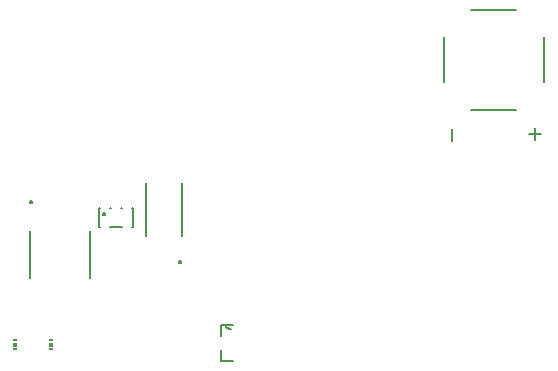
<source format=gbr>
G04 EAGLE Gerber RS-274X export*
G75*
%MOMM*%
%FSLAX34Y34*%
%LPD*%
%INSilkscreen Bottom*%
%IPPOS*%
%AMOC8*
5,1,8,0,0,1.08239X$1,22.5*%
G01*
%ADD10C,0.152400*%
%ADD11C,0.127000*%
%ADD12R,0.300000X0.150000*%
%ADD13R,0.300000X0.300000*%
%ADD14C,0.200000*%


D10*
X-222000Y134140D02*
X-222000Y150340D01*
X-250440Y150340D02*
X-250440Y134140D01*
X-241440Y134140D02*
X-231000Y134140D01*
X-240500Y150340D02*
X-241440Y150340D01*
X-231940Y150340D02*
X-231000Y150340D01*
X-249500Y150340D02*
X-250440Y150340D01*
X-222940Y150340D02*
X-222000Y150340D01*
X-222000Y134140D02*
X-222940Y134140D01*
X-249500Y134140D02*
X-250440Y134140D01*
D11*
X-247220Y145240D02*
X-247218Y145303D01*
X-247212Y145365D01*
X-247202Y145427D01*
X-247189Y145489D01*
X-247171Y145549D01*
X-247150Y145608D01*
X-247125Y145666D01*
X-247096Y145722D01*
X-247064Y145776D01*
X-247029Y145828D01*
X-246991Y145877D01*
X-246949Y145925D01*
X-246905Y145969D01*
X-246857Y146011D01*
X-246808Y146049D01*
X-246756Y146084D01*
X-246702Y146116D01*
X-246646Y146145D01*
X-246588Y146170D01*
X-246529Y146191D01*
X-246469Y146209D01*
X-246407Y146222D01*
X-246345Y146232D01*
X-246283Y146238D01*
X-246220Y146240D01*
X-246157Y146238D01*
X-246095Y146232D01*
X-246033Y146222D01*
X-245971Y146209D01*
X-245911Y146191D01*
X-245852Y146170D01*
X-245794Y146145D01*
X-245738Y146116D01*
X-245684Y146084D01*
X-245632Y146049D01*
X-245583Y146011D01*
X-245535Y145969D01*
X-245491Y145925D01*
X-245449Y145877D01*
X-245411Y145828D01*
X-245376Y145776D01*
X-245344Y145722D01*
X-245315Y145666D01*
X-245290Y145608D01*
X-245269Y145549D01*
X-245251Y145489D01*
X-245238Y145427D01*
X-245228Y145365D01*
X-245222Y145303D01*
X-245220Y145240D01*
X-245222Y145177D01*
X-245228Y145115D01*
X-245238Y145053D01*
X-245251Y144991D01*
X-245269Y144931D01*
X-245290Y144872D01*
X-245315Y144814D01*
X-245344Y144758D01*
X-245376Y144704D01*
X-245411Y144652D01*
X-245449Y144603D01*
X-245491Y144555D01*
X-245535Y144511D01*
X-245583Y144469D01*
X-245632Y144431D01*
X-245684Y144396D01*
X-245738Y144364D01*
X-245794Y144335D01*
X-245852Y144310D01*
X-245911Y144289D01*
X-245971Y144271D01*
X-246033Y144258D01*
X-246095Y144248D01*
X-246157Y144242D01*
X-246220Y144240D01*
X-246283Y144242D01*
X-246345Y144248D01*
X-246407Y144258D01*
X-246469Y144271D01*
X-246529Y144289D01*
X-246588Y144310D01*
X-246646Y144335D01*
X-246702Y144364D01*
X-246756Y144396D01*
X-246808Y144431D01*
X-246857Y144469D01*
X-246905Y144511D01*
X-246949Y144555D01*
X-246991Y144603D01*
X-247029Y144652D01*
X-247064Y144704D01*
X-247096Y144758D01*
X-247125Y144814D01*
X-247150Y144872D01*
X-247171Y144931D01*
X-247189Y144991D01*
X-247202Y145053D01*
X-247212Y145115D01*
X-247218Y145177D01*
X-247220Y145240D01*
D12*
X-321540Y38040D03*
X-321540Y30540D03*
D13*
X-321540Y34290D03*
D12*
X-291060Y38040D03*
X-291060Y30540D03*
D13*
X-291060Y34290D03*
D11*
X118820Y207390D02*
X118820Y217390D01*
X123820Y212390D02*
X113820Y212390D01*
X48820Y216790D02*
X48820Y206790D01*
X64820Y233090D02*
X102820Y233090D01*
X41320Y256590D02*
X41320Y294590D01*
X64820Y318090D02*
X102820Y318090D01*
X126320Y294590D02*
X126320Y256590D01*
D14*
X-182830Y104190D02*
X-182828Y104253D01*
X-182822Y104315D01*
X-182812Y104377D01*
X-182799Y104439D01*
X-182781Y104499D01*
X-182760Y104558D01*
X-182735Y104616D01*
X-182706Y104672D01*
X-182674Y104726D01*
X-182639Y104778D01*
X-182601Y104827D01*
X-182559Y104875D01*
X-182515Y104919D01*
X-182467Y104961D01*
X-182418Y104999D01*
X-182366Y105034D01*
X-182312Y105066D01*
X-182256Y105095D01*
X-182198Y105120D01*
X-182139Y105141D01*
X-182079Y105159D01*
X-182017Y105172D01*
X-181955Y105182D01*
X-181893Y105188D01*
X-181830Y105190D01*
X-181767Y105188D01*
X-181705Y105182D01*
X-181643Y105172D01*
X-181581Y105159D01*
X-181521Y105141D01*
X-181462Y105120D01*
X-181404Y105095D01*
X-181348Y105066D01*
X-181294Y105034D01*
X-181242Y104999D01*
X-181193Y104961D01*
X-181145Y104919D01*
X-181101Y104875D01*
X-181059Y104827D01*
X-181021Y104778D01*
X-180986Y104726D01*
X-180954Y104672D01*
X-180925Y104616D01*
X-180900Y104558D01*
X-180879Y104499D01*
X-180861Y104439D01*
X-180848Y104377D01*
X-180838Y104315D01*
X-180832Y104253D01*
X-180830Y104190D01*
X-180832Y104127D01*
X-180838Y104065D01*
X-180848Y104003D01*
X-180861Y103941D01*
X-180879Y103881D01*
X-180900Y103822D01*
X-180925Y103764D01*
X-180954Y103708D01*
X-180986Y103654D01*
X-181021Y103602D01*
X-181059Y103553D01*
X-181101Y103505D01*
X-181145Y103461D01*
X-181193Y103419D01*
X-181242Y103381D01*
X-181294Y103346D01*
X-181348Y103314D01*
X-181404Y103285D01*
X-181462Y103260D01*
X-181521Y103239D01*
X-181581Y103221D01*
X-181643Y103208D01*
X-181705Y103198D01*
X-181767Y103192D01*
X-181830Y103190D01*
X-181893Y103192D01*
X-181955Y103198D01*
X-182017Y103208D01*
X-182079Y103221D01*
X-182139Y103239D01*
X-182198Y103260D01*
X-182256Y103285D01*
X-182312Y103314D01*
X-182366Y103346D01*
X-182418Y103381D01*
X-182467Y103419D01*
X-182515Y103461D01*
X-182559Y103505D01*
X-182601Y103553D01*
X-182639Y103602D01*
X-182674Y103654D01*
X-182706Y103708D01*
X-182735Y103764D01*
X-182760Y103822D01*
X-182781Y103881D01*
X-182799Y103941D01*
X-182812Y104003D01*
X-182822Y104065D01*
X-182828Y104127D01*
X-182830Y104190D01*
D11*
X-180430Y126090D02*
X-180430Y171090D01*
X-210730Y171090D02*
X-210730Y126090D01*
D10*
X-146812Y50800D02*
X-146812Y41402D01*
X-146812Y20320D02*
X-136906Y20320D01*
X-146812Y20320D02*
X-146812Y29718D01*
X-146812Y50800D02*
X-142748Y50800D01*
X-136906Y50800D01*
X-138684Y48006D02*
X-138787Y47970D01*
X-138891Y47938D01*
X-138996Y47909D01*
X-139102Y47884D01*
X-139209Y47863D01*
X-139317Y47846D01*
X-139425Y47832D01*
X-139534Y47823D01*
X-139643Y47818D01*
X-139752Y47816D01*
X-139861Y47819D01*
X-139970Y47825D01*
X-140078Y47835D01*
X-140186Y47850D01*
X-140294Y47868D01*
X-140401Y47890D01*
X-140506Y47916D01*
X-140611Y47945D01*
X-140715Y47979D01*
X-140818Y48016D01*
X-140919Y48057D01*
X-141018Y48102D01*
X-141116Y48150D01*
X-141212Y48202D01*
X-141306Y48257D01*
X-141398Y48315D01*
X-141488Y48377D01*
X-141575Y48442D01*
X-141661Y48510D01*
X-141743Y48581D01*
X-141823Y48655D01*
X-141900Y48732D01*
X-141975Y48812D01*
X-142046Y48894D01*
X-142115Y48979D01*
X-142180Y49066D01*
X-142242Y49156D01*
X-142301Y49248D01*
X-142357Y49342D01*
X-142409Y49437D01*
X-142457Y49535D01*
X-142502Y49634D01*
X-142543Y49735D01*
X-142581Y49838D01*
X-142615Y49941D01*
X-142645Y50046D01*
X-142672Y50152D01*
X-142694Y50258D01*
X-142713Y50366D01*
X-142727Y50474D01*
X-142738Y50582D01*
X-142745Y50691D01*
X-142748Y50800D01*
D14*
X-309260Y154940D02*
X-309258Y155003D01*
X-309252Y155065D01*
X-309242Y155127D01*
X-309229Y155189D01*
X-309211Y155249D01*
X-309190Y155308D01*
X-309165Y155366D01*
X-309136Y155422D01*
X-309104Y155476D01*
X-309069Y155528D01*
X-309031Y155577D01*
X-308989Y155625D01*
X-308945Y155669D01*
X-308897Y155711D01*
X-308848Y155749D01*
X-308796Y155784D01*
X-308742Y155816D01*
X-308686Y155845D01*
X-308628Y155870D01*
X-308569Y155891D01*
X-308509Y155909D01*
X-308447Y155922D01*
X-308385Y155932D01*
X-308323Y155938D01*
X-308260Y155940D01*
X-308197Y155938D01*
X-308135Y155932D01*
X-308073Y155922D01*
X-308011Y155909D01*
X-307951Y155891D01*
X-307892Y155870D01*
X-307834Y155845D01*
X-307778Y155816D01*
X-307724Y155784D01*
X-307672Y155749D01*
X-307623Y155711D01*
X-307575Y155669D01*
X-307531Y155625D01*
X-307489Y155577D01*
X-307451Y155528D01*
X-307416Y155476D01*
X-307384Y155422D01*
X-307355Y155366D01*
X-307330Y155308D01*
X-307309Y155249D01*
X-307291Y155189D01*
X-307278Y155127D01*
X-307268Y155065D01*
X-307262Y155003D01*
X-307260Y154940D01*
X-307262Y154877D01*
X-307268Y154815D01*
X-307278Y154753D01*
X-307291Y154691D01*
X-307309Y154631D01*
X-307330Y154572D01*
X-307355Y154514D01*
X-307384Y154458D01*
X-307416Y154404D01*
X-307451Y154352D01*
X-307489Y154303D01*
X-307531Y154255D01*
X-307575Y154211D01*
X-307623Y154169D01*
X-307672Y154131D01*
X-307724Y154096D01*
X-307778Y154064D01*
X-307834Y154035D01*
X-307892Y154010D01*
X-307951Y153989D01*
X-308011Y153971D01*
X-308073Y153958D01*
X-308135Y153948D01*
X-308197Y153942D01*
X-308260Y153940D01*
X-308323Y153942D01*
X-308385Y153948D01*
X-308447Y153958D01*
X-308509Y153971D01*
X-308569Y153989D01*
X-308628Y154010D01*
X-308686Y154035D01*
X-308742Y154064D01*
X-308796Y154096D01*
X-308848Y154131D01*
X-308897Y154169D01*
X-308945Y154211D01*
X-308989Y154255D01*
X-309031Y154303D01*
X-309069Y154352D01*
X-309104Y154404D01*
X-309136Y154458D01*
X-309165Y154514D01*
X-309190Y154572D01*
X-309211Y154631D01*
X-309229Y154691D01*
X-309242Y154753D01*
X-309252Y154815D01*
X-309258Y154877D01*
X-309260Y154940D01*
D11*
X-308710Y130490D02*
X-308710Y90490D01*
X-257710Y90490D02*
X-257710Y130490D01*
M02*

</source>
